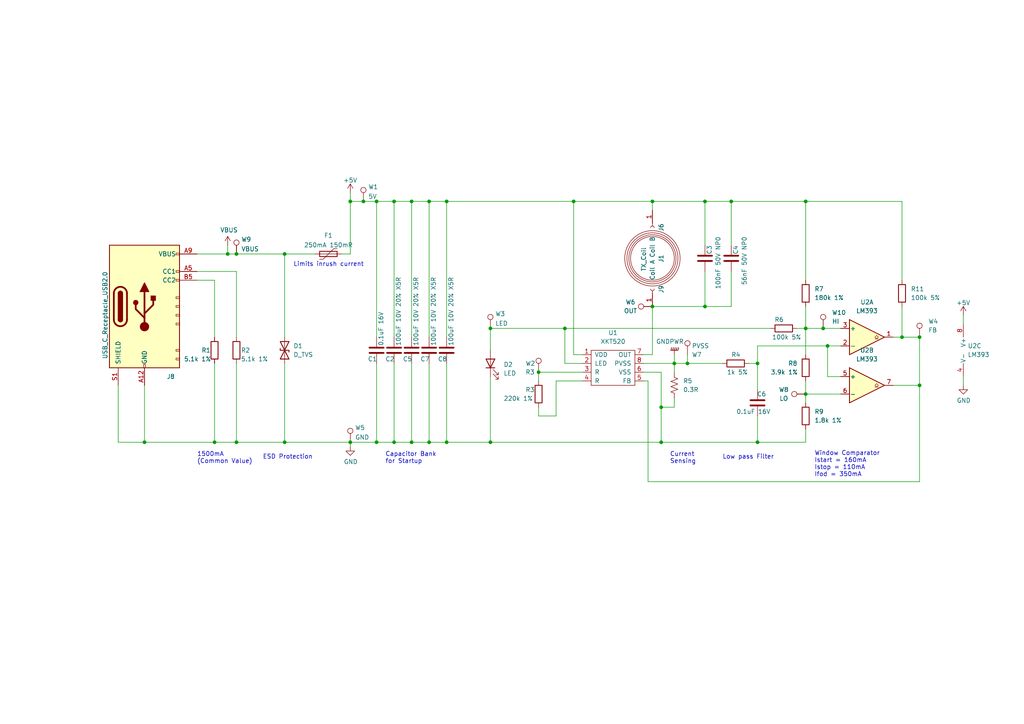
<source format=kicad_sch>
(kicad_sch (version 20211123) (generator eeschema)
  (paper "A4")
  (lib_symbols
    (symbol "Comparator:LM393" (pin_names (offset 0.127))
      (property "Reference" "U" (at 3.81 3.81 0))
      (property "Value" "LM393" (at 6.35 -3.81 0))
      (symbol "LM393_1_1"
        (polyline (pts (xy -5.08 5.08) (xy 5.08 0) (xy -5.08 -5.08) (xy -5.08 5.08)) (stroke (width 0.254)) (fill (type background)))
        (polyline (pts (xy 3.302 -0.508) (xy 2.794 -0.508) (xy 3.302 0) (xy 2.794 0.508) (xy 2.286 0) (xy 2.794 -0.508) (xy 2.286 -0.508)) (stroke (width 0.127)))
        (pin open_collector line (at 7.62 0 180) (length 2.54) (name "~") (number "1"))
        (pin input line (at -7.62 -2.54 0) (length 2.54) (name "-") (number "2"))
        (pin input line (at -7.62 2.54 0) (length 2.54) (name "+") (number "3"))
      )
      (symbol "LM393_2_1"
        (polyline (pts (xy -5.08 5.08) (xy 5.08 0) (xy -5.08 -5.08) (xy -5.08 5.08)) (stroke (width 0.254)) (fill (type background)))
        (polyline (pts (xy 3.302 -0.508) (xy 2.794 -0.508) (xy 3.302 0) (xy 2.794 0.508) (xy 2.286 0) (xy 2.794 -0.508) (xy 2.286 -0.508)) (stroke (width 0.127)))
        (pin input line (at -7.62 2.54 0) (length 2.54) (name "+") (number "5"))
        (pin input line (at -7.62 -2.54 0) (length 2.54) (name "-") (number "6"))
        (pin open_collector line (at 7.62 0 180) (length 2.54) (name "~") (number "7"))
      )
      (symbol "LM393_3_1"
        (pin power_in line (at -2.54 -7.62 90) (length 3.81) (name "V-") (number "4"))
        (pin power_in line (at -2.54 7.62 270) (length 3.81) (name "V+") (number "8"))
      )
    )
    (symbol "Connector:Conn_01x01_Female" (pin_names (offset 1.016) hide)
      (property "Reference" "J" (at 0 2.54 0))
      (property "Value" "Conn_01x01_Female" (at 0 -2.54 0))
      (symbol "Conn_01x01_Female_1_1"
        (polyline (pts (xy -1.27 0) (xy -0.508 0)) (stroke (width 0.1524)))
        (arc (start 0 0.508) (mid -0.508 0) (end 0 -0.508) (stroke (width 0.1524)))
        (pin passive line (at -5.08 0 0) (length 3.81) (name "Pin_1") (number "1"))
      )
    )
    (symbol "Device:C" (pin_numbers hide) (pin_names (offset 0.254))
      (property "Reference" "C" (at 0.635 2.54 0))
      (property "Value" "C" (at 0.635 -2.54 0))
      (symbol "C_0_1"
        (polyline (pts (xy -2.032 -0.762) (xy 2.032 -0.762)) (stroke (width 0.508)))
        (polyline (pts (xy -2.032 0.762) (xy 2.032 0.762)) (stroke (width 0.508)))
      )
      (symbol "C_1_1"
        (pin passive line (at 0 3.81 270) (length 2.794) (name "~") (number "1"))
        (pin passive line (at 0 -3.81 90) (length 2.794) (name "~") (number "2"))
      )
    )
    (symbol "Device:D_TVS" (pin_numbers hide) (pin_names (offset 1.016) hide)
      (property "Reference" "D" (at 0 2.54 0))
      (property "Value" "D_TVS" (at 0 -2.54 0))
      (symbol "D_TVS_0_1"
        (polyline (pts (xy 1.27 0) (xy -1.27 0)))
        (polyline (pts (xy 0.508 1.27) (xy 0 1.27) (xy 0 -1.27) (xy -0.508 -1.27)) (stroke (width 0.254)))
        (polyline (pts (xy -2.54 1.27) (xy -2.54 -1.27) (xy 2.54 1.27) (xy 2.54 -1.27) (xy -2.54 1.27)) (stroke (width 0.254)))
      )
      (symbol "D_TVS_1_1"
        (pin passive line (at -3.81 0 0) (length 2.54) (name "A1") (number "1"))
        (pin passive line (at 3.81 0 180) (length 2.54) (name "A2") (number "2"))
      )
    )
    (symbol "Device:LED" (pin_numbers hide) (pin_names (offset 1.016) hide)
      (property "Reference" "D" (at 0 2.54 0))
      (property "Value" "LED" (at 0 -2.54 0))
      (symbol "LED_0_1"
        (polyline (pts (xy -1.27 -1.27) (xy -1.27 1.27)) (stroke (width 0.254)))
        (polyline (pts (xy -1.27 0) (xy 1.27 0)))
        (polyline (pts (xy 1.27 -1.27) (xy 1.27 1.27) (xy -1.27 0) (xy 1.27 -1.27)) (stroke (width 0.254)))
        (polyline (pts (xy -3.048 -0.762) (xy -4.572 -2.286) (xy -3.81 -2.286) (xy -4.572 -2.286) (xy -4.572 -1.524)))
        (polyline (pts (xy -1.778 -0.762) (xy -3.302 -2.286) (xy -2.54 -2.286) (xy -3.302 -2.286) (xy -3.302 -1.524)))
      )
      (symbol "LED_1_1"
        (pin passive line (at -3.81 0 0) (length 2.54) (name "K") (number "1"))
        (pin passive line (at 3.81 0 180) (length 2.54) (name "A") (number "2"))
      )
    )
    (symbol "Device:Polyfuse" (pin_numbers hide) (pin_names (offset 0))
      (property "Reference" "F" (at -2.54 0 90))
      (property "Value" "Polyfuse" (at 2.54 0 90))
      (symbol "Polyfuse_0_1"
        (rectangle (start -0.762 2.54) (end 0.762 -2.54) (stroke (width 0.254)))
        (polyline (pts (xy 0 2.54) (xy 0 -2.54)))
        (polyline (pts (xy -1.524 2.54) (xy -1.524 1.524) (xy 1.524 -1.524) (xy 1.524 -2.54)))
      )
      (symbol "Polyfuse_1_1"
        (pin passive line (at 0 3.81 270) (length 1.27) (name "~") (number "1"))
        (pin passive line (at 0 -3.81 90) (length 1.27) (name "~") (number "2"))
      )
    )
    (symbol "Device:R" (pin_numbers hide) (pin_names (offset 0))
      (property "Reference" "R" (at 2.032 0 90))
      (property "Value" "R" (at 0 0 90))
      (symbol "R_0_1"
        (rectangle (start -1.016 -2.54) (end 1.016 2.54) (stroke (width 0.254)))
      )
      (symbol "R_1_1"
        (pin passive line (at 0 3.81 270) (length 1.27) (name "~") (number "1"))
        (pin passive line (at 0 -3.81 90) (length 1.27) (name "~") (number "2"))
      )
    )
    (symbol "Device:R_US" (pin_numbers hide) (pin_names (offset 0))
      (property "Reference" "R" (at 2.54 0 90))
      (property "Value" "R_US" (at -2.54 0 90))
      (symbol "R_US_0_1"
        (polyline (pts (xy 0 -2.286) (xy 0 -2.54)))
        (polyline (pts (xy 0 2.286) (xy 0 2.54)))
        (polyline (pts (xy 0 -0.762) (xy 1.016 -1.143) (xy 0 -1.524) (xy -1.016 -1.905) (xy 0 -2.286)))
        (polyline (pts (xy 0 0.762) (xy 1.016 0.381) (xy 0 0) (xy -1.016 -0.381) (xy 0 -0.762)))
        (polyline (pts (xy 0 2.286) (xy 1.016 1.905) (xy 0 1.524) (xy -1.016 1.143) (xy 0 0.762)))
      )
      (symbol "R_US_1_1"
        (pin passive line (at 0 3.81 270) (length 1.27) (name "~") (number "1"))
        (pin passive line (at 0 -3.81 90) (length 1.27) (name "~") (number "2"))
      )
    )
    (symbol "Pixels-dice:TEST_1P-conn" (pin_numbers hide) (pin_names (offset 0.762) hide)
      (property "Reference" "W" (at 0 6.858 0))
      (property "Value" "TEST_1P-conn" (at 0 5.08 0))
      (symbol "TEST_1P-conn_0_1"
        (circle (center 0 3.302) (radius 0.762))
      )
      (symbol "TEST_1P-conn_1_1"
        (pin passive line (at 0 0 90) (length 2.54) (name "1") (number "1"))
      )
    )
    (symbol "Pixels-dice:TX_Coil"
      (property "Reference" "J" (at 0 10.16 0))
      (property "Value" "TX_Coil" (at 0 -10.16 0))
      (symbol "TX_Coil_0_1"
        (circle (center 0 0) (radius 6.35))
        (circle (center 0 0) (radius 6.8392))
        (circle (center 0 0) (radius 7.4053))
        (circle (center 0 0) (radius 8.0322))
      )
    )
    (symbol "Pixels-dice:USB_C_Receptacle_USB2.0" (pin_names (offset 1.016))
      (property "Reference" "J" (at -10.16 19.05 0))
      (property "Value" "USB_C_Receptacle_USB2.0" (at 19.05 19.05 0))
      (symbol "USB_C_Receptacle_USB2.0_0_0"
        (rectangle (start -0.254 -17.78) (end 0.254 -16.764))
        (rectangle (start 10.16 -14.986) (end 9.144 -15.494))
        (rectangle (start 10.16 -12.446) (end 9.144 -12.954))
        (rectangle (start 10.16 -4.826) (end 9.144 -5.334))
        (rectangle (start 10.16 -2.286) (end 9.144 -2.794))
        (rectangle (start 10.16 0.254) (end 9.144 -0.254))
        (rectangle (start 10.16 2.794) (end 9.144 2.286))
        (rectangle (start 10.16 7.874) (end 9.144 7.366))
        (rectangle (start 10.16 10.414) (end 9.144 9.906))
        (rectangle (start 10.16 15.494) (end 9.144 14.986))
      )
      (symbol "USB_C_Receptacle_USB2.0_0_1"
        (rectangle (start -10.16 17.78) (end 10.16 -17.78) (stroke (width 0.254)) (fill (type background)))
        (arc (start -8.89 -3.81) (mid -6.985 -5.715) (end -5.08 -3.81) (stroke (width 0.508)))
        (arc (start -7.62 -3.81) (mid -6.985 -4.445) (end -6.35 -3.81) (stroke (width 0.254)))
        (arc (start -7.62 -3.81) (mid -6.985 -4.445) (end -6.35 -3.81) (stroke (width 0.254)) (fill (type outline)))
        (rectangle (start -7.62 -3.81) (end -6.35 3.81) (stroke (width 0.254)) (fill (type outline)))
        (arc (start -6.35 3.81) (mid -6.985 4.445) (end -7.62 3.81) (stroke (width 0.254)))
        (arc (start -6.35 3.81) (mid -6.985 4.445) (end -7.62 3.81) (stroke (width 0.254)) (fill (type outline)))
        (arc (start -5.08 3.81) (mid -6.985 5.715) (end -8.89 3.81) (stroke (width 0.508)))
        (circle (center -2.54 1.143) (radius 0.635) (stroke (width 0.254)) (fill (type outline)))
        (circle (center 0 -5.842) (radius 1.27) (fill (type outline)))
        (polyline (pts (xy -8.89 -3.81) (xy -8.89 3.81)) (stroke (width 0.508)))
        (polyline (pts (xy -5.08 3.81) (xy -5.08 -3.81)) (stroke (width 0.508)))
        (polyline (pts (xy 0 -5.842) (xy 0 4.318)) (stroke (width 0.508)))
        (polyline (pts (xy 0 -3.302) (xy -2.54 -0.762) (xy -2.54 0.508)) (stroke (width 0.508)))
        (polyline (pts (xy 0 -2.032) (xy 2.54 0.508) (xy 2.54 1.778)) (stroke (width 0.508)))
        (polyline (pts (xy -1.27 4.318) (xy 0 6.858) (xy 1.27 4.318) (xy -1.27 4.318)) (stroke (width 0.254)) (fill (type outline)))
        (rectangle (start 1.905 1.778) (end 3.175 3.048) (stroke (width 0.254)) (fill (type outline)))
      )
      (symbol "USB_C_Receptacle_USB2.0_1_1"
        (pin passive line (at 0 -22.86 90) (length 5.08) (name "GND") (number "A12"))
        (pin bidirectional line (at 15.24 10.16 180) (length 5.08) (name "CC1") (number "A5"))
        (pin passive line (at 15.24 15.24 180) (length 5.08) (name "VBUS") (number "A9"))
        (pin passive line (at 0 -22.86 90) (length 5.08) hide (name "GND") (number "B12"))
        (pin bidirectional line (at 15.24 7.62 180) (length 5.08) (name "CC2") (number "B5"))
        (pin passive line (at 15.24 15.24 180) (length 5.08) hide (name "VBUS") (number "B9"))
        (pin passive line (at -7.62 -22.86 90) (length 5.08) (name "SHIELD") (number "S1"))
      )
    )
    (symbol "Pixels-dice:XKT520" (pin_names (offset 1.016))
      (property "Reference" "U" (at 0 6.35 0))
      (property "Value" "XKT520" (at 0 -6.35 0))
      (symbol "XKT520_0_1"
        (rectangle (start -6.35 5.08) (end 6.35 -5.08))
      )
      (symbol "XKT520_1_1"
        (pin power_in line (at -8.89 3.81 0) (length 2.54) (name "VDD") (number "1"))
        (pin output line (at -8.89 1.27 0) (length 2.54) (name "LED") (number "2"))
        (pin passive line (at -8.89 -1.27 0) (length 2.54) (name "R") (number "3"))
        (pin passive line (at -8.89 -3.81 0) (length 2.54) (name "R") (number "4"))
        (pin input line (at 8.89 -3.81 180) (length 2.54) (name "FB") (number "5"))
        (pin power_in line (at 8.89 -1.27 180) (length 2.54) (name "VSS") (number "6"))
        (pin output line (at 8.89 3.81 180) (length 2.54) (name "OUT") (number "7"))
        (pin output line (at 8.89 1.27 180) (length 2.54) (name "PVSS") (number "8"))
      )
    )
    (symbol "power:+5V" (power) (pin_names (offset 0))
      (property "Value" "+5V" (at 0 3.556 0))
      (symbol "+5V_0_1"
        (polyline (pts (xy -0.762 1.27) (xy 0 2.54)))
        (polyline (pts (xy 0 0) (xy 0 2.54)))
        (polyline (pts (xy 0 2.54) (xy 0.762 1.27)))
      )
      (symbol "+5V_1_1"
        (pin power_in line (at 0 0 90) (length 0) hide (name "+5V") (number "1"))
      )
    )
    (symbol "power:GND" (power) (pin_names (offset 0))
      (property "Value" "GND" (at 0 -3.81 0))
      (symbol "GND_0_1"
        (polyline (pts (xy 0 0) (xy 0 -1.27) (xy 1.27 -1.27) (xy 0 -2.54) (xy -1.27 -1.27) (xy 0 -1.27)))
      )
      (symbol "GND_1_1"
        (pin power_in line (at 0 0 270) (length 0) hide (name "GND") (number "1"))
      )
    )
    (symbol "power:GNDPWR" (power) (pin_names (offset 0))
      (property "Value" "GNDPWR" (at 0 -3.302 0))
      (symbol "GNDPWR_0_1"
        (polyline (pts (xy 0 -1.27) (xy 0 0)))
        (polyline (pts (xy -1.016 -1.27) (xy -1.27 -2.032) (xy -1.27 -2.032)) (stroke (width 0.2032)))
        (polyline (pts (xy -0.508 -1.27) (xy -0.762 -2.032) (xy -0.762 -2.032)) (stroke (width 0.2032)))
        (polyline (pts (xy 0 -1.27) (xy -0.254 -2.032) (xy -0.254 -2.032)) (stroke (width 0.2032)))
        (polyline (pts (xy 0.508 -1.27) (xy 0.254 -2.032) (xy 0.254 -2.032)) (stroke (width 0.2032)))
        (polyline (pts (xy 1.016 -1.27) (xy -1.016 -1.27) (xy -1.016 -1.27)) (stroke (width 0.2032)))
        (polyline (pts (xy 1.016 -1.27) (xy 0.762 -2.032) (xy 0.762 -2.032) (xy 0.762 -2.032)) (stroke (width 0.2032)))
      )
      (symbol "GNDPWR_1_1"
        (pin power_in line (at 0 0 270) (length 0) hide (name "GNDPWR") (number "1"))
      )
    )
    (symbol "power:VBUS" (power) (pin_names (offset 0))
      (property "Value" "VBUS" (at 0 3.81 0))
      (symbol "VBUS_0_1"
        (polyline (pts (xy -0.762 1.27) (xy 0 2.54)))
        (polyline (pts (xy 0 0) (xy 0 2.54)))
        (polyline (pts (xy 0 2.54) (xy 0.762 1.27)))
      )
      (symbol "VBUS_1_1"
        (pin power_in line (at 0 0 90) (length 0) hide (name "VBUS") (number "1"))
      )
    )
  )
  (junction (at 114.3 58.42))
  (junction (at 124.46 58.42))
  (junction (at 189.23 58.42))
  (junction (at 119.38 128.27))
  (junction (at 233.68 114.3))
  (junction (at 233.68 95.25))
  (junction (at 101.6 58.42))
  (junction (at 124.46 128.27))
  (junction (at 191.77 118.11))
  (junction (at 119.38 58.42))
  (junction (at 163.83 95.25))
  (junction (at 68.58 73.66))
  (junction (at 129.54 58.42))
  (junction (at 204.47 88.9))
  (junction (at 266.7 97.79))
  (junction (at 219.71 128.27))
  (junction (at 142.24 128.27))
  (junction (at 101.6 128.27))
  (junction (at 109.22 128.27))
  (junction (at 41.91 128.27))
  (junction (at 114.3 128.27))
  (junction (at 68.58 128.27))
  (junction (at 82.55 128.27))
  (junction (at 233.68 58.42))
  (junction (at 199.39 105.41))
  (junction (at 204.47 58.42))
  (junction (at 105.41 58.42))
  (junction (at 166.37 58.42))
  (junction (at 238.76 95.25))
  (junction (at 62.23 128.27))
  (junction (at 66.04 73.66))
  (junction (at 219.71 105.41))
  (junction (at 240.03 100.33))
  (junction (at 189.23 88.9))
  (junction (at 266.7 111.76))
  (junction (at 109.22 58.42))
  (junction (at 142.24 95.25))
  (junction (at 212.09 58.42))
  (junction (at 191.77 128.27))
  (junction (at 195.58 105.41))
  (junction (at 261.62 97.79))
  (junction (at 129.54 128.27))
  (junction (at 82.55 73.66))
  (junction (at 156.21 107.95))
  (wire (pts (xy 219.71 120.65) (xy 219.71 128.27)))
  (wire (pts (xy 187.96 139.7) (xy 266.7 139.7)))
  (wire (pts (xy 259.08 97.79) (xy 261.62 97.79)))
  (wire (pts (xy 114.3 128.27) (xy 119.38 128.27)))
  (wire (pts (xy 161.29 120.65) (xy 156.21 120.65)))
  (wire (pts (xy 68.58 128.27) (xy 82.55 128.27)))
  (wire (pts (xy 189.23 60.96) (xy 189.23 58.42)))
  (wire (pts (xy 204.47 88.9) (xy 189.23 88.9)))
  (wire (pts (xy 129.54 105.41) (xy 129.54 128.27)))
  (wire (pts (xy 233.68 114.3) (xy 233.68 116.84)))
  (wire (pts (xy 279.4 109.22) (xy 279.4 111.76)))
  (wire (pts (xy 191.77 128.27) (xy 219.71 128.27)))
  (wire (pts (xy 266.7 97.79) (xy 266.7 111.76)))
  (wire (pts (xy 195.58 118.11) (xy 195.58 115.57)))
  (wire (pts (xy 186.69 107.95) (xy 191.77 107.95)))
  (wire (pts (xy 189.23 102.87) (xy 186.69 102.87)))
  (wire (pts (xy 124.46 128.27) (xy 129.54 128.27)))
  (wire (pts (xy 187.96 110.49) (xy 187.96 139.7)))
  (wire (pts (xy 114.3 58.42) (xy 114.3 97.79)))
  (wire (pts (xy 124.46 105.41) (xy 124.46 128.27)))
  (wire (pts (xy 66.04 73.66) (xy 68.58 73.66)))
  (wire (pts (xy 156.21 107.95) (xy 168.91 107.95)))
  (wire (pts (xy 68.58 73.66) (xy 82.55 73.66)))
  (wire (pts (xy 186.69 110.49) (xy 187.96 110.49)))
  (wire (pts (xy 219.71 128.27) (xy 233.68 128.27)))
  (wire (pts (xy 114.3 58.42) (xy 119.38 58.42)))
  (wire (pts (xy 240.03 109.22) (xy 243.84 109.22)))
  (wire (pts (xy 233.68 95.25) (xy 233.68 102.87)))
  (wire (pts (xy 240.03 100.33) (xy 240.03 109.22)))
  (wire (pts (xy 238.76 95.25) (xy 233.68 95.25)))
  (wire (pts (xy 204.47 78.74) (xy 204.47 88.9)))
  (wire (pts (xy 129.54 128.27) (xy 142.24 128.27)))
  (wire (pts (xy 217.17 105.41) (xy 219.71 105.41)))
  (wire (pts (xy 163.83 95.25) (xy 163.83 105.41)))
  (wire (pts (xy 129.54 58.42) (xy 166.37 58.42)))
  (wire (pts (xy 204.47 58.42) (xy 189.23 58.42)))
  (wire (pts (xy 101.6 128.27) (xy 101.6 129.54)))
  (wire (pts (xy 233.68 110.49) (xy 233.68 114.3)))
  (wire (pts (xy 101.6 128.27) (xy 109.22 128.27)))
  (wire (pts (xy 57.15 73.66) (xy 66.04 73.66)))
  (wire (pts (xy 161.29 120.65) (xy 161.29 110.49)))
  (wire (pts (xy 266.7 111.76) (xy 266.7 139.7)))
  (wire (pts (xy 204.47 58.42) (xy 204.47 71.12)))
  (wire (pts (xy 82.55 105.41) (xy 82.55 128.27)))
  (wire (pts (xy 66.04 71.12) (xy 66.04 73.66)))
  (wire (pts (xy 82.55 73.66) (xy 82.55 97.79)))
  (wire (pts (xy 109.22 58.42) (xy 109.22 97.79)))
  (wire (pts (xy 243.84 100.33) (xy 240.03 100.33)))
  (wire (pts (xy 195.58 105.41) (xy 199.39 105.41)))
  (wire (pts (xy 261.62 58.42) (xy 261.62 81.28)))
  (wire (pts (xy 124.46 58.42) (xy 129.54 58.42)))
  (wire (pts (xy 34.29 111.76) (xy 34.29 128.27)))
  (wire (pts (xy 82.55 73.66) (xy 91.44 73.66)))
  (wire (pts (xy 189.23 88.9) (xy 189.23 102.87)))
  (wire (pts (xy 240.03 100.33) (xy 219.71 100.33)))
  (wire (pts (xy 101.6 73.66) (xy 99.06 73.66)))
  (wire (pts (xy 82.55 128.27) (xy 101.6 128.27)))
  (wire (pts (xy 212.09 78.74) (xy 212.09 88.9)))
  (wire (pts (xy 166.37 58.42) (xy 189.23 58.42)))
  (wire (pts (xy 68.58 105.41) (xy 68.58 128.27)))
  (wire (pts (xy 62.23 81.28) (xy 62.23 97.79)))
  (wire (pts (xy 219.71 100.33) (xy 219.71 105.41)))
  (wire (pts (xy 212.09 88.9) (xy 204.47 88.9)))
  (wire (pts (xy 233.68 58.42) (xy 233.68 81.28)))
  (wire (pts (xy 212.09 58.42) (xy 204.47 58.42)))
  (wire (pts (xy 142.24 95.25) (xy 163.83 95.25)))
  (wire (pts (xy 41.91 128.27) (xy 62.23 128.27)))
  (wire (pts (xy 161.29 110.49) (xy 168.91 110.49)))
  (wire (pts (xy 261.62 97.79) (xy 266.7 97.79)))
  (wire (pts (xy 233.68 114.3) (xy 243.84 114.3)))
  (wire (pts (xy 163.83 105.41) (xy 168.91 105.41)))
  (wire (pts (xy 259.08 111.76) (xy 266.7 111.76)))
  (wire (pts (xy 186.69 105.41) (xy 195.58 105.41)))
  (wire (pts (xy 109.22 105.41) (xy 109.22 128.27)))
  (wire (pts (xy 119.38 105.41) (xy 119.38 128.27)))
  (wire (pts (xy 119.38 128.27) (xy 124.46 128.27)))
  (wire (pts (xy 109.22 58.42) (xy 114.3 58.42)))
  (wire (pts (xy 166.37 58.42) (xy 166.37 102.87)))
  (wire (pts (xy 114.3 105.41) (xy 114.3 128.27)))
  (wire (pts (xy 238.76 95.25) (xy 243.84 95.25)))
  (wire (pts (xy 142.24 109.22) (xy 142.24 128.27)))
  (wire (pts (xy 156.21 120.65) (xy 156.21 118.11)))
  (wire (pts (xy 101.6 55.88) (xy 101.6 58.42)))
  (wire (pts (xy 199.39 102.87) (xy 199.39 105.41)))
  (wire (pts (xy 166.37 102.87) (xy 168.91 102.87)))
  (wire (pts (xy 212.09 71.12) (xy 212.09 58.42)))
  (wire (pts (xy 199.39 105.41) (xy 209.55 105.41)))
  (wire (pts (xy 156.21 107.95) (xy 156.21 110.49)))
  (wire (pts (xy 142.24 95.25) (xy 142.24 101.6)))
  (wire (pts (xy 219.71 105.41) (xy 219.71 113.03)))
  (wire (pts (xy 233.68 58.42) (xy 261.62 58.42)))
  (wire (pts (xy 62.23 128.27) (xy 68.58 128.27)))
  (wire (pts (xy 261.62 97.79) (xy 261.62 88.9)))
  (wire (pts (xy 105.41 58.42) (xy 109.22 58.42)))
  (wire (pts (xy 101.6 73.66) (xy 101.6 58.42)))
  (wire (pts (xy 34.29 128.27) (xy 41.91 128.27)))
  (wire (pts (xy 195.58 105.41) (xy 195.58 107.95)))
  (wire (pts (xy 57.15 81.28) (xy 62.23 81.28)))
  (wire (pts (xy 191.77 107.95) (xy 191.77 118.11)))
  (wire (pts (xy 68.58 78.74) (xy 68.58 97.79)))
  (wire (pts (xy 57.15 78.74) (xy 68.58 78.74)))
  (wire (pts (xy 119.38 58.42) (xy 119.38 97.79)))
  (wire (pts (xy 129.54 58.42) (xy 129.54 97.79)))
  (wire (pts (xy 223.52 95.25) (xy 163.83 95.25)))
  (wire (pts (xy 41.91 111.76) (xy 41.91 128.27)))
  (wire (pts (xy 101.6 58.42) (xy 105.41 58.42)))
  (wire (pts (xy 119.38 58.42) (xy 124.46 58.42)))
  (wire (pts (xy 233.68 95.25) (xy 233.68 88.9)))
  (wire (pts (xy 191.77 118.11) (xy 191.77 128.27)))
  (wire (pts (xy 124.46 58.42) (xy 124.46 97.79)))
  (wire (pts (xy 142.24 128.27) (xy 191.77 128.27)))
  (wire (pts (xy 233.68 128.27) (xy 233.68 124.46)))
  (wire (pts (xy 195.58 102.87) (xy 195.58 105.41)))
  (wire (pts (xy 191.77 118.11) (xy 195.58 118.11)))
  (wire (pts (xy 62.23 105.41) (xy 62.23 128.27)))
  (wire (pts (xy 279.4 91.44) (xy 279.4 93.98)))
  (wire (pts (xy 212.09 58.42) (xy 233.68 58.42)))
  (wire (pts (xy 231.14 95.25) (xy 233.68 95.25)))
  (wire (pts (xy 109.22 128.27) (xy 114.3 128.27)))
  (text "ESD Protection" (at 76.2 133.35 0) (effects (font (size 1.27 1.27)) (justify left bottom)))
  (text "Current\nSensing" (at 194.31 134.62 0) (effects (font (size 1.27 1.27)) (justify left bottom)))
  (text "Window Comparator\nIstart = 160mA\nIstop = 110mA\nIfod = 350mA" (at 236.22 138.43 0) (effects (font (size 1.27 1.27)) (justify left bottom)))
  (text "Low pass Filter" (at 209.55 133.35 0) (effects (font (size 1.27 1.27)) (justify left bottom)))
  (text "Capacitor Bank\nfor Startup" (at 111.76 134.62 0) (effects (font (size 1.27 1.27)) (justify left bottom)))
  (text "Limits inrush current" (at 85.09 77.47 0) (effects (font (size 1.27 1.27)) (justify left bottom)))
  (text "1500mA\n(Common Value)" (at 57.15 134.62 0) (effects (font (size 1.27 1.27)) (justify left bottom)))
  (symbol (lib_id "Pixels-dice:USB_C_Receptacle_USB2.0") (at 41.91 88.9 0) (unit 1)
    (property "Reference" "J8" (at 49.53 109.22 0))
    (property "Value" "USB_C_Receptacle_USB2.0" (at 30.48 91.44 90))
    (property "Footprint" "Pixels-dice:USB-C-SMD_10P-P1.00-L6.8-W8.9" (effects hide))
    (property "Datasheet" "https://www.usb.org/sites/default/files/documents/usb_type-c.zip" (effects hide))
    (property "LCSC Part Number" "C283540" (effects hide))
    (property "Part Number" "TYPE-C-31-M-17" (effects hide))
    (property "Manufacturer" "Korean Hroparts Elec" (effects hide))
    (property "Pixels Part Number" "SMD-J108" (effects hide))
  )
  (symbol (lib_id "Device:C") (at 212.09 74.93 0) (mirror x) (unit 1)
    (property "Reference" "C4" (at 213.36 71.12 90) (effects (justify left)))
    (property "Value" "56nF 50V NP0" (at 215.9 68.58 90) (effects (justify left)))
    (property "Footprint" "Capacitor_SMD:C_1206_3216Metric" (effects hide))
    (property "LCSC Part Number" "C441752" (effects hide))
    (property "Part Number" "GRM31M5C1H563JA01L" (effects hide))
    (property "Manufacturer" "Murata" (effects hide))
    (property "Pixels Part Number" "SMD-C104" (effects hide))
  )
  (symbol (lib_id "Device:R") (at 68.58 101.6 180) (unit 1)
    (property "Reference" "R2" (at 69.85 101.6 0) (effects (justify right)))
    (property "Value" "5.1k 1%" (at 69.85 104.14 0) (effects (justify right)))
    (property "Footprint" "Resistor_SMD:R_0402_1005Metric" (effects hide))
    (property "LCSC Part Number" "C25905" (effects hide))
    (property "Part Number" "0402WGF5101TCE" (effects hide))
    (property "Manufacturer" "UNI-ROYAL(Uniroyal Elec)" (effects hide))
    (property "Pixels Part Number" "SMD-R101" (effects hide))
  )
  (symbol (lib_id "Device:C") (at 114.3 101.6 0) (unit 1)
    (property "Reference" "C2" (at 111.76 104.14 0) (effects (justify left)))
    (property "Value" "100uF 10V 20% X5R" (at 115.57 100.33 90) (effects (justify left)))
    (property "Footprint" "Capacitor_SMD:C_1206_3216Metric" (effects hide))
    (property "LCSC Part Number" "C312983" (effects hide))
    (property "Part Number" "GRM31CR61A107ME05L" (effects hide))
    (property "Manufacturer" "Murata" (effects hide))
    (property "Pixels Part Number" "SMD-C102" (effects hide))
  )
  (symbol (lib_id "Device:C") (at 109.22 101.6 0) (unit 1)
    (property "Reference" "C1" (at 106.68 104.14 0) (effects (justify left)))
    (property "Value" "0.1uF 16V" (at 110.49 100.33 90) (effects (justify left)))
    (property "Footprint" "Capacitor_SMD:C_0603_1608Metric" (effects hide))
    (property "LCSC Part Number" "C66501" (effects hide))
    (property "Part Number" "CL10B104KO8NNNC" (effects hide))
    (property "Manufacturer" "Samsung Electro-Mechanics" (effects hide))
    (property "Pixels Part Number" "SMD-C101" (effects hide))
  )
  (symbol (lib_id "Connector:Conn_01x01_Female") (at 189.23 83.82 270) (mirror x) (unit 1)
    (property "Reference" "J9" (at 191.77 85.09 0) (effects (justify left)))
    (property "Value" "Coil A" (at 189.23 81.28 0) (effects (justify left)))
    (property "Footprint" "TestPoint:TestPoint_THTPad_D2.0mm_Drill1.0mm" (effects hide))
  )
  (symbol (lib_id "Connector:Conn_01x01_Female") (at 189.23 66.04 90) (mirror x) (unit 1)
    (property "Reference" "J6" (at 191.77 64.77 0) (effects (justify left)))
    (property "Value" "Coil B" (at 189.23 68.58 0) (effects (justify left)))
    (property "Footprint" "TestPoint:TestPoint_THTPad_D2.0mm_Drill1.0mm" (effects hide))
  )
  (symbol (lib_id "Device:R") (at 62.23 101.6 180) (unit 1)
    (property "Reference" "R1" (at 58.42 101.6 0) (effects (justify right)))
    (property "Value" "5.1k 1%" (at 53.34 104.14 0) (effects (justify right)))
    (property "Footprint" "Resistor_SMD:R_0402_1005Metric" (effects hide))
    (property "LCSC Part Number" "C25905" (effects hide))
    (property "Part Number" "0402WGF5101TCE" (effects hide))
    (property "Manufacturer" "UNI-ROYAL(Uniroyal Elec)" (effects hide))
    (property "Pixels Part Number" "SMD-R101" (effects hide))
  )
  (symbol (lib_id "power:VBUS") (at 66.04 71.12 0) (unit 1)
    (property "Reference" "#PWR01" (effects hide))
    (property "Value" "VBUS" (at 66.421 66.7258 0))
  )
  (symbol (lib_id "power:+5V") (at 279.4 91.44 0) (unit 1)
    (property "Reference" "#PWR06" (effects hide))
    (property "Value" "+5V" (at 279.4 87.8355 0))
  )
  (symbol (lib_id "Comparator:LM393") (at 251.46 111.76 0) (unit 2)
    (property "Reference" "U2" (at 251.46 101.6 0))
    (property "Value" "LM393" (at 251.46 104.14 0))
    (property "Footprint" "Package_SO:MSOP-8_3x3mm_P0.65mm" (effects hide))
    (property "Datasheet" "http://www.ti.com/lit/ds/symlink/lm393.pdf" (effects hide))
    (property "LCSC Part Number" "C5116317" (effects hide))
    (property "Manufacturer" "HGSEMI" (effects hide))
    (property "Part Number" "LM393MM/TR" (effects hide))
  )
  (symbol (lib_id "Device:R_US") (at 195.58 111.76 0) (unit 1)
    (property "Reference" "R5" (at 198.12 110.4899 0) (effects (justify left)))
    (property "Value" "0.3R" (at 198.12 113.0299 0) (effects (justify left)))
    (property "Footprint" "Resistor_SMD:R_1206_3216Metric" (effects hide))
    (property "LCSC Part Number" "C327153" (effects hide))
    (property "Manufacturer" "YAGEO" (effects hide))
    (property "Part Number" "RL1206JR-070R3L" (effects hide))
  )
  (symbol (lib_id "Pixels-dice:TEST_1P-conn") (at 199.39 102.87 0) (unit 1)
    (property "Reference" "W7" (at 200.66 102.87 0) (effects (justify left)))
    (property "Value" "PVSS" (at 200.66 100.33 0) (effects (justify left)))
    (property "Footprint" "Pixels-dice:TEST_PIN" (effects hide))
  )
  (symbol (lib_id "Pixels-dice:TEST_1P-conn") (at 266.7 97.79 0) (unit 1)
    (property "Reference" "W4" (at 269.24 93.2179 0) (effects (justify left)))
    (property "Value" "FB" (at 269.24 95.7579 0) (effects (justify left)))
    (property "Footprint" "Pixels-dice:TEST_PIN" (effects hide))
  )
  (symbol (lib_id "Pixels-dice:TEST_1P-conn") (at 156.21 107.95 0) (unit 1)
    (property "Reference" "W2" (at 152.4 105.41 0) (effects (justify left)))
    (property "Value" "R3" (at 152.4 107.95 0) (effects (justify left)))
    (property "Footprint" "Pixels-dice:TEST_PIN" (effects hide))
  )
  (symbol (lib_id "Device:LED") (at 142.24 105.41 90) (unit 1)
    (property "Reference" "D2" (at 146.05 105.7274 90) (effects (justify right)))
    (property "Value" "LED" (at 146.05 108.2674 90) (effects (justify right)))
    (property "Footprint" "LED_SMD:LED_0603_1608Metric" (effects hide))
    (property "LCSC Part Number" "C965860" (effects hide))
    (property "Manufacturer" "XINGLIGHT" (effects hide))
    (property "Part Number" "XL-1606SURC" (effects hide))
  )
  (symbol (lib_id "Device:C") (at 204.47 74.93 0) (mirror x) (unit 1)
    (property "Reference" "C3" (at 205.74 71.12 90) (effects (justify left)))
    (property "Value" "100nF 50V NP0" (at 208.28 68.58 90) (effects (justify left)))
    (property "Footprint" "Capacitor_SMD:C_1206_3216Metric" (effects hide))
    (property "LCSC Part Number" "C21812" (effects hide))
    (property "Part Number" "GRM31C5C1H104JA01L" (effects hide))
    (property "Manufacturer" "Murata" (effects hide))
    (property "Pixels Part Number" "SMD-C103" (effects hide))
  )
  (symbol (lib_id "power:GND") (at 279.4 111.76 0) (unit 1)
    (property "Reference" "#PWR07" (effects hide))
    (property "Value" "GND" (at 279.527 116.1542 0))
  )
  (symbol (lib_id "power:GNDPWR") (at 195.58 102.87 180) (unit 1)
    (property "Reference" "#PWR02" (effects hide))
    (property "Value" "GNDPWR" (at 194.31 99.06 0))
  )
  (symbol (lib_id "Pixels-dice:TEST_1P-conn") (at 101.6 128.27 0) (unit 1)
    (property "Reference" "W5" (at 102.997 124.0595 0) (effects (justify left)))
    (property "Value" "GND" (at 102.997 126.8346 0) (effects (justify left)))
    (property "Footprint" "Pixels-dice:TEST_PIN" (effects hide))
  )
  (symbol (lib_id "power:GND") (at 101.6 129.54 0) (unit 1)
    (property "Reference" "#PWR03" (effects hide))
    (property "Value" "GND" (at 101.727 133.9342 0))
  )
  (symbol (lib_id "Pixels-dice:TEST_1P-conn") (at 238.76 95.25 0) (unit 1)
    (property "Reference" "W10" (at 241.3 90.6779 0) (effects (justify left)))
    (property "Value" "HI" (at 241.3 93.2179 0) (effects (justify left)))
    (property "Footprint" "Pixels-dice:TEST_PIN" (effects hide))
  )
  (symbol (lib_id "Pixels-dice:TEST_1P-conn") (at 142.24 95.25 0) (unit 1)
    (property "Reference" "W3" (at 143.637 91.0395 0) (effects (justify left)))
    (property "Value" "LED" (at 143.637 93.8146 0) (effects (justify left)))
    (property "Footprint" "Pixels-dice:TEST_PIN" (effects hide))
  )
  (symbol (lib_id "Pixels-dice:TEST_1P-conn") (at 105.41 58.42 0) (unit 1)
    (property "Reference" "W1" (at 106.807 54.2095 0) (effects (justify left)))
    (property "Value" "5V" (at 106.807 56.9846 0) (effects (justify left)))
    (property "Footprint" "Pixels-dice:TEST_PIN" (effects hide))
  )
  (symbol (lib_id "Pixels-dice:TEST_1P-conn") (at 189.23 88.9 90) (unit 1)
    (property "Reference" "W6" (at 182.88 87.63 90))
    (property "Value" "OUT" (at 182.88 90.17 90))
    (property "Footprint" "Pixels-dice:TEST_PIN" (effects hide))
  )
  (symbol (lib_id "Device:C") (at 124.46 101.6 0) (unit 1)
    (property "Reference" "C7" (at 121.92 104.14 0) (effects (justify left)))
    (property "Value" "100uF 10V 20% X5R" (at 125.73 100.33 90) (effects (justify left)))
    (property "Footprint" "Capacitor_SMD:C_1206_3216Metric" (effects hide))
    (property "LCSC Part Number" "C312983" (effects hide))
    (property "Part Number" "GRM31CR61A107ME05L" (effects hide))
    (property "Manufacturer" "Murata" (effects hide))
    (property "Pixels Part Number" "SMD-C102" (effects hide))
  )
  (symbol (lib_id "Device:R") (at 213.36 105.41 90) (unit 1)
    (property "Reference" "R4" (at 212.09 102.87 90) (effects (justify right)))
    (property "Value" "1k 5%" (at 210.82 107.95 90) (effects (justify right)))
    (property "Footprint" "Resistor_SMD:R_0402_1005Metric" (effects hide))
    (property "LCSC Part Number" "C25543" (effects hide))
    (property "Part Number" "0402WGJ0102TCE" (effects hide))
    (property "Manufacturer" "UNI-ROYAL(Uniroyal Elec)" (effects hide))
  )
  (symbol (lib_id "Device:C") (at 219.71 116.84 180) (unit 1)
    (property "Reference" "C6" (at 222.25 114.3 0) (effects (justify left)))
    (property "Value" "0.1uF 16V" (at 223.52 119.38 0) (effects (justify left)))
    (property "Footprint" "Capacitor_SMD:C_0603_1608Metric" (effects hide))
    (property "LCSC Part Number" "C66501" (effects hide))
    (property "Part Number" "CL10B104KO8NNNC" (effects hide))
    (property "Manufacturer" "Samsung Electro-Mechanics" (effects hide))
    (property "Pixels Part Number" "SMD-C101" (effects hide))
  )
  (symbol (lib_id "Comparator:LM393") (at 251.46 97.79 0) (unit 1)
    (property "Reference" "U2" (at 251.46 87.63 0))
    (property "Value" "LM393" (at 251.46 90.17 0))
    (property "Footprint" "Package_SO:MSOP-8_3x3mm_P0.65mm" (effects hide))
    (property "Datasheet" "http://www.ti.com/lit/ds/symlink/lm393.pdf" (effects hide))
    (property "LCSC Part Number" "C5116317" (effects hide))
    (property "Manufacturer" "HGSEMI" (effects hide))
    (property "Part Number" "LM393MM/TR" (effects hide))
  )
  (symbol (lib_id "Pixels-dice:XKT520") (at 177.8 106.68 0) (unit 1)
    (property "Reference" "U1" (at 177.8 96.52 0))
    (property "Value" "XKT520" (at 177.8 99.06 0))
    (property "Footprint" "Pixels-dice:SOIC-8_3.9x4.9mm_P1.27mm" (effects hide))
  )
  (symbol (lib_id "Device:R") (at 233.68 85.09 0) (unit 1)
    (property "Reference" "R7" (at 236.22 83.8199 0) (effects (justify left)))
    (property "Value" "180k 1%" (at 236.22 86.3599 0) (effects (justify left)))
    (property "Footprint" "Resistor_SMD:R_0402_1005Metric" (effects hide))
    (property "Manufacturer" "UNI-ROYAL(Uniroyal Elec)" (effects hide))
    (property "Part Number" "0402WGJ0184TCE" (effects hide))
  )
  (symbol (lib_id "Device:D_TVS") (at 82.55 101.6 270) (unit 1)
    (property "Reference" "D1" (at 85.09 100.3299 90) (effects (justify left)))
    (property "Value" "D_TVS" (at 85.09 102.8699 90) (effects (justify left)))
    (property "Footprint" "Pixels-dice:DFN" (effects hide))
    (property "Manufacturer" "Murata" (effects hide))
    (property "Part Number" "LXES1UTAA1-157" (effects hide))
    (property "LCSC Part Number" "C5210979" (effects hide))
  )
  (symbol (lib_id "Comparator:LM393") (at 281.94 101.6 0) (unit 3)
    (property "Reference" "U2" (at 280.67 100.3299 0) (effects (justify left)))
    (property "Value" "LM393" (at 280.67 102.8699 0) (effects (justify left)))
    (property "Footprint" "Package_SO:MSOP-8_3x3mm_P0.65mm" (effects hide))
    (property "Datasheet" "http://www.ti.com/lit/ds/symlink/lm393.pdf" (effects hide))
    (property "LCSC Part Number" "C5116317" (effects hide))
    (property "Manufacturer" "HGSEMI" (effects hide))
    (property "Part Number" "LM393MM/TR" (effects hide))
  )
  (symbol (lib_id "Device:C") (at 119.38 101.6 0) (unit 1)
    (property "Reference" "C5" (at 116.84 104.14 0) (effects (justify left)))
    (property "Value" "100uF 10V 20% X5R" (at 120.65 100.33 90) (effects (justify left)))
    (property "Footprint" "Capacitor_SMD:C_1206_3216Metric" (effects hide))
    (property "LCSC Part Number" "C312983" (effects hide))
    (property "Part Number" "GRM31CR61A107ME05L" (effects hide))
    (property "Manufacturer" "Murata" (effects hide))
    (property "Pixels Part Number" "SMD-C102" (effects hide))
  )
  (symbol (lib_id "power:+5V") (at 101.6 55.88 0) (unit 1)
    (property "Reference" "#PWR04" (effects hide))
    (property "Value" "+5V" (at 101.6 52.2755 0))
  )
  (symbol (lib_id "Device:R") (at 156.21 114.3 180) (unit 1)
    (property "Reference" "R3" (at 152.4 113.03 0) (effects (justify right)))
    (property "Value" "220k 1%" (at 146.05 115.57 0) (effects (justify right)))
    (property "Footprint" "Resistor_SMD:R_0402_1005Metric" (effects hide))
    (property "LCSC Part Number" "C25767" (effects hide))
    (property "Part Number" "0402WGF2203TCE" (effects hide))
    (property "Manufacturer" "UNI-ROYAL(Uniroyal Elec)" (effects hide))
  )
  (symbol (lib_id "Pixels-dice:TX_Coil") (at 189.23 74.93 0) (unit 1)
    (property "Reference" "J1" (at 191.77 76.2 90) (effects (justify left)))
    (property "Value" "TX_Coil" (at 186.69 78.74 90) (effects (justify left)))
    (property "Footprint" "Pixels-dice:TX Coil" (effects hide))
    (property "Pixels Part Number" "THT-TXCOIL-1" (effects hide))
  )
  (symbol (lib_id "Device:R") (at 261.62 85.09 0) (unit 1)
    (property "Reference" "R11" (at 264.16 83.8199 0) (effects (justify left)))
    (property "Value" "100k 5%" (at 264.16 86.3599 0) (effects (justify left)))
    (property "Footprint" "Resistor_SMD:R_0402_1005Metric" (effects hide))
    (property "LCSC Part Number" "C25741" (effects hide))
    (property "Manufacturer" "UNI-ROYAL(Uniroyal Elec)" (effects hide))
    (property "Part Number" "0402WGF1003TCE" (effects hide))
  )
  (symbol (lib_id "Device:R") (at 227.33 95.25 270) (unit 1)
    (property "Reference" "R6" (at 227.33 92.71 90) (effects (justify right)))
    (property "Value" "100k 5%" (at 232.41 97.79 90) (effects (justify right)))
    (property "Footprint" "Resistor_SMD:R_0402_1005Metric" (effects hide))
    (property "LCSC Part Number" "C25741" (effects hide))
    (property "Part Number" "0402WGF1003TCE" (effects hide))
    (property "Manufacturer" "UNI-ROYAL(Uniroyal Elec)" (effects hide))
  )
  (symbol (lib_id "Device:C") (at 129.54 101.6 0) (unit 1)
    (property "Reference" "C8" (at 127 104.14 0) (effects (justify left)))
    (property "Value" "100uF 10V 20% X5R" (at 130.81 100.33 90) (effects (justify left)))
    (property "Footprint" "Capacitor_SMD:C_1206_3216Metric" (effects hide))
    (property "LCSC Part Number" "C312983" (effects hide))
    (property "Part Number" "GRM31CR61A107ME05L" (effects hide))
    (property "Manufacturer" "Murata" (effects hide))
    (property "Pixels Part Number" "SMD-C102" (effects hide))
  )
  (symbol (lib_id "Device:R") (at 233.68 106.68 0) (unit 1)
    (property "Reference" "R8" (at 228.6 105.41 0) (effects (justify left)))
    (property "Value" "3.9k 1%" (at 223.52 107.95 0) (effects (justify left)))
    (property "Footprint" "Resistor_SMD:R_0402_1005Metric" (effects hide))
    (property "LCSC Part Number" "C51721" (effects hide))
    (property "Manufacturer" "UNI-ROYAL(Uniroyal Elec)" (effects hide))
    (property "Part Number" "0402WGF3901TCE" (effects hide))
  )
  (symbol (lib_id "Pixels-dice:TEST_1P-conn") (at 233.68 114.3 90) (unit 1)
    (property "Reference" "W8" (at 227.33 113.03 90))
    (property "Value" "LO" (at 227.33 115.57 90))
    (property "Footprint" "Pixels-dice:TEST_PIN" (effects hide))
  )
  (symbol (lib_id "Device:R") (at 233.68 120.65 0) (unit 1)
    (property "Reference" "R9" (at 236.22 119.3799 0) (effects (justify left)))
    (property "Value" "1.8k 1%" (at 236.22 121.9199 0) (effects (justify left)))
    (property "Footprint" "Resistor_SMD:R_0402_1005Metric" (effects hide))
    (property "LCSC Part Number" "C25871" (effects hide))
    (property "Manufacturer" "UNI-ROYAL(Uniroyal Elec)" (effects hide))
    (property "Part Number" "0402WGF1801TCE" (effects hide))
  )
  (symbol (lib_id "Pixels-dice:TEST_1P-conn") (at 68.58 73.66 0) (unit 1)
    (property "Reference" "W9" (at 69.977 69.4495 0) (effects (justify left)))
    (property "Value" "VBUS" (at 69.977 72.2246 0) (effects (justify left)))
    (property "Footprint" "Pixels-dice:TEST_PIN" (effects hide))
  )
  (symbol (lib_id "Device:Polyfuse") (at 95.25 73.66 90) (unit 1)
    (property "Reference" "F1" (at 95.25 68.2965 90))
    (property "Value" "250mA 150mR" (at 95.25 71.0716 90))
    (property "Footprint" "Fuse:Fuse_1206_3216Metric" (effects hide))
    (property "Manufacturer" "BHFUSE" (effects hide))
    (property "Part Number" "BSMD1206-025-33V" (effects hide))
    (property "LCSC Part Number" "C2977524" (effects hide))
  )
)
</source>
